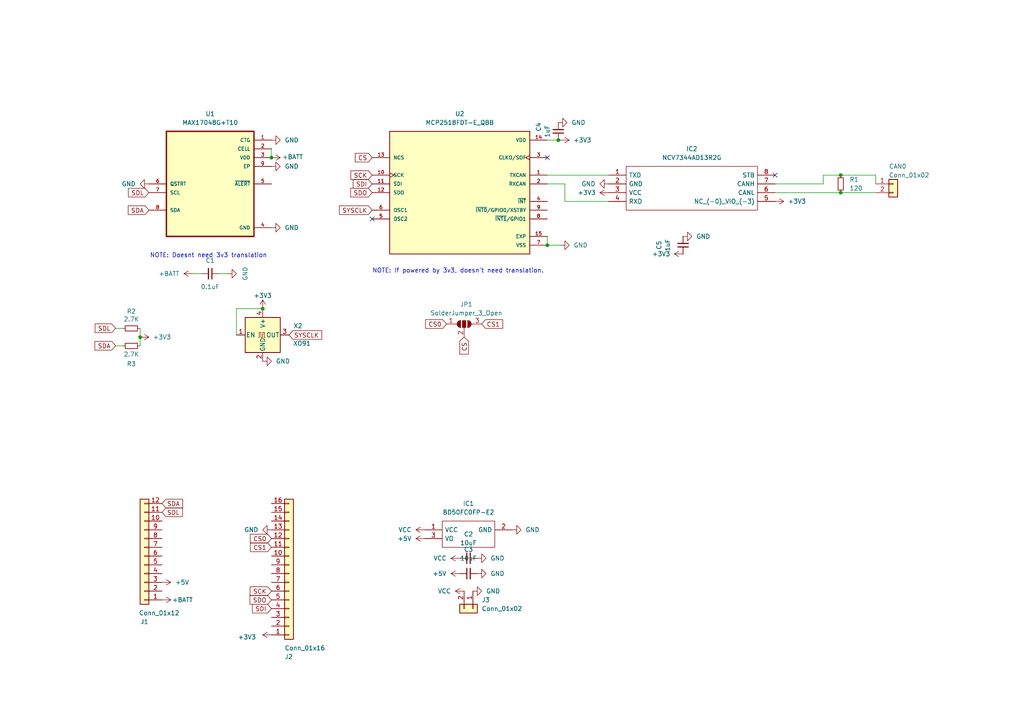
<source format=kicad_sch>
(kicad_sch (version 20201015) (generator eeschema)
  (paper "A4")
  (lib_symbols
    (symbol "BD50FC0FP-E2:BD50FC0FP-E2" (pin_names (offset 0.762))
      (property "Reference" "IC" (at 21.59 7.62 0))
      (property "Value" "BD50FC0FP-E2" (at 21.59 5.08 0))
      (symbol "BD50FC0FP-E2_0_0"
        (pin passive line (at 0 0 0) (length 5.08) (name "VCC") (number "1"))
        (pin passive line (at 25.4 0 180) (length 5.08) (name "GND") (number "2"))
        (pin passive line (at 0 -2.54 0) (length 5.08) (name "VO") (number "3"))
      )
      (symbol "BD50FC0FP-E2_0_1"
        (polyline (pts (xy 5.08 2.54) (xy 20.32 2.54) (xy 20.32 -5.08) (xy 5.08 -5.08) (xy 5.08 2.54)) (stroke (width 0.1524)))
      )
    )
    (symbol "Connector_Generic:Conn_01x02" (pin_names (offset 1.016) hide)
      (property "Reference" "J" (at 0 2.54 0))
      (property "Value" "Conn_01x02" (at 0 -5.08 0))
      (symbol "Conn_01x02_1_1"
        (rectangle (start -1.27 -2.413) (end 0 -2.667) (stroke (width 0.1524)))
        (rectangle (start -1.27 0.127) (end 0 -0.127) (stroke (width 0.1524)))
        (rectangle (start -1.27 1.27) (end 1.27 -3.81) (stroke (width 0.254)) (fill (type background)))
        (pin passive line (at -5.08 0 0) (length 3.81) (name "Pin_1") (number "1"))
        (pin passive line (at -5.08 -2.54 0) (length 3.81) (name "Pin_2") (number "2"))
      )
    )
    (symbol "Connector_Generic:Conn_01x12" (pin_names (offset 1.016) hide)
      (property "Reference" "J" (at 0 15.24 0))
      (property "Value" "Conn_01x12" (at 0 -17.78 0))
      (symbol "Conn_01x12_1_1"
        (rectangle (start -1.27 -4.953) (end 0 -5.207) (stroke (width 0.1524)))
        (rectangle (start -1.27 -7.493) (end 0 -7.747) (stroke (width 0.1524)))
        (rectangle (start -1.27 -10.033) (end 0 -10.287) (stroke (width 0.1524)))
        (rectangle (start -1.27 -12.573) (end 0 -12.827) (stroke (width 0.1524)))
        (rectangle (start -1.27 -15.113) (end 0 -15.367) (stroke (width 0.1524)))
        (rectangle (start -1.27 -2.413) (end 0 -2.667) (stroke (width 0.1524)))
        (rectangle (start -1.27 2.667) (end 0 2.413) (stroke (width 0.1524)))
        (rectangle (start -1.27 5.207) (end 0 4.953) (stroke (width 0.1524)))
        (rectangle (start -1.27 7.747) (end 0 7.493) (stroke (width 0.1524)))
        (rectangle (start -1.27 10.287) (end 0 10.033) (stroke (width 0.1524)))
        (rectangle (start -1.27 0.127) (end 0 -0.127) (stroke (width 0.1524)))
        (rectangle (start -1.27 12.827) (end 0 12.573) (stroke (width 0.1524)))
        (rectangle (start -1.27 13.97) (end 1.27 -16.51) (stroke (width 0.254)) (fill (type background)))
        (pin passive line (at -5.08 12.7 0) (length 3.81) (name "Pin_1") (number "1"))
        (pin passive line (at -5.08 -10.16 0) (length 3.81) (name "Pin_10") (number "10"))
        (pin passive line (at -5.08 -12.7 0) (length 3.81) (name "Pin_11") (number "11"))
        (pin passive line (at -5.08 -15.24 0) (length 3.81) (name "Pin_12") (number "12"))
        (pin passive line (at -5.08 10.16 0) (length 3.81) (name "Pin_2") (number "2"))
        (pin passive line (at -5.08 7.62 0) (length 3.81) (name "Pin_3") (number "3"))
        (pin passive line (at -5.08 5.08 0) (length 3.81) (name "Pin_4") (number "4"))
        (pin passive line (at -5.08 2.54 0) (length 3.81) (name "Pin_5") (number "5"))
        (pin passive line (at -5.08 0 0) (length 3.81) (name "Pin_6") (number "6"))
        (pin passive line (at -5.08 -2.54 0) (length 3.81) (name "Pin_7") (number "7"))
        (pin passive line (at -5.08 -5.08 0) (length 3.81) (name "Pin_8") (number "8"))
        (pin passive line (at -5.08 -7.62 0) (length 3.81) (name "Pin_9") (number "9"))
      )
    )
    (symbol "Connector_Generic:Conn_01x16" (pin_names (offset 1.016) hide)
      (property "Reference" "J" (at 0 20.32 0))
      (property "Value" "Conn_01x16" (at 0 -22.86 0))
      (symbol "Conn_01x16_1_1"
        (rectangle (start -1.27 -4.953) (end 0 -5.207) (stroke (width 0.1524)))
        (rectangle (start -1.27 -7.493) (end 0 -7.747) (stroke (width 0.1524)))
        (rectangle (start -1.27 -10.033) (end 0 -10.287) (stroke (width 0.1524)))
        (rectangle (start -1.27 -12.573) (end 0 -12.827) (stroke (width 0.1524)))
        (rectangle (start -1.27 -15.113) (end 0 -15.367) (stroke (width 0.1524)))
        (rectangle (start -1.27 -17.653) (end 0 -17.907) (stroke (width 0.1524)))
        (rectangle (start -1.27 -20.193) (end 0 -20.447) (stroke (width 0.1524)))
        (rectangle (start -1.27 -2.413) (end 0 -2.667) (stroke (width 0.1524)))
        (rectangle (start -1.27 2.667) (end 0 2.413) (stroke (width 0.1524)))
        (rectangle (start -1.27 5.207) (end 0 4.953) (stroke (width 0.1524)))
        (rectangle (start -1.27 7.747) (end 0 7.493) (stroke (width 0.1524)))
        (rectangle (start -1.27 10.287) (end 0 10.033) (stroke (width 0.1524)))
        (rectangle (start -1.27 0.127) (end 0 -0.127) (stroke (width 0.1524)))
        (rectangle (start -1.27 12.827) (end 0 12.573) (stroke (width 0.1524)))
        (rectangle (start -1.27 15.367) (end 0 15.113) (stroke (width 0.1524)))
        (rectangle (start -1.27 17.907) (end 0 17.653) (stroke (width 0.1524)))
        (rectangle (start -1.27 19.05) (end 1.27 -21.59) (stroke (width 0.254)) (fill (type background)))
        (pin passive line (at -5.08 17.78 0) (length 3.81) (name "Pin_1") (number "1"))
        (pin passive line (at -5.08 -5.08 0) (length 3.81) (name "Pin_10") (number "10"))
        (pin passive line (at -5.08 -7.62 0) (length 3.81) (name "Pin_11") (number "11"))
        (pin passive line (at -5.08 -10.16 0) (length 3.81) (name "Pin_12") (number "12"))
        (pin passive line (at -5.08 -12.7 0) (length 3.81) (name "Pin_13") (number "13"))
        (pin passive line (at -5.08 -15.24 0) (length 3.81) (name "Pin_14") (number "14"))
        (pin passive line (at -5.08 -17.78 0) (length 3.81) (name "Pin_15") (number "15"))
        (pin passive line (at -5.08 -20.32 0) (length 3.81) (name "Pin_16") (number "16"))
        (pin passive line (at -5.08 15.24 0) (length 3.81) (name "Pin_2") (number "2"))
        (pin passive line (at -5.08 12.7 0) (length 3.81) (name "Pin_3") (number "3"))
        (pin passive line (at -5.08 10.16 0) (length 3.81) (name "Pin_4") (number "4"))
        (pin passive line (at -5.08 7.62 0) (length 3.81) (name "Pin_5") (number "5"))
        (pin passive line (at -5.08 5.08 0) (length 3.81) (name "Pin_6") (number "6"))
        (pin passive line (at -5.08 2.54 0) (length 3.81) (name "Pin_7") (number "7"))
        (pin passive line (at -5.08 0 0) (length 3.81) (name "Pin_8") (number "8"))
        (pin passive line (at -5.08 -2.54 0) (length 3.81) (name "Pin_9") (number "9"))
      )
    )
    (symbol "Device:C_Small" (pin_numbers hide) (pin_names (offset 0.254) hide)
      (property "Reference" "C" (at 0.254 1.778 0))
      (property "Value" "C_Small" (at 0.254 -2.032 0))
      (symbol "C_Small_0_1"
        (polyline (pts (xy -1.524 -0.508) (xy 1.524 -0.508)) (stroke (width 0.3302)))
        (polyline (pts (xy -1.524 0.508) (xy 1.524 0.508)) (stroke (width 0.3048)))
      )
      (symbol "C_Small_1_1"
        (pin passive line (at 0 2.54 270) (length 2.032) (name "~") (number "1"))
        (pin passive line (at 0 -2.54 90) (length 2.032) (name "~") (number "2"))
      )
    )
    (symbol "Device:R_Small" (pin_numbers hide) (pin_names (offset 0.254) hide)
      (property "Reference" "R" (at 0.762 0.508 0))
      (property "Value" "R_Small" (at 0.762 -1.016 0))
      (symbol "R_Small_0_1"
        (rectangle (start -0.762 1.778) (end 0.762 -1.778) (stroke (width 0.2032)))
      )
      (symbol "R_Small_1_1"
        (pin passive line (at 0 2.54 270) (length 0.762) (name "~") (number "1"))
        (pin passive line (at 0 -2.54 90) (length 0.762) (name "~") (number "2"))
      )
    )
    (symbol "Jumper:SolderJumper_3_Open" (pin_names (offset 0) hide)
      (property "Reference" "JP" (at -2.54 -2.54 0))
      (property "Value" "SolderJumper_3_Open" (at 0 2.794 0))
      (symbol "SolderJumper_3_Open_0_1"
        (arc (start -1.016 1.016) (end -1.016 -1.016) (radius (at -1.016 0) (length 1.016) (angles 90.1 -90.1)))
        (arc (start -1.016 1.016) (end -1.016 -1.016) (radius (at -1.016 0) (length 1.016) (angles 90.1 -90.1)) (fill (type outline)))
        (arc (start 1.016 -1.016) (end 1.016 1.016) (radius (at 1.016 0) (length 1.016) (angles -89.9 89.9)))
        (arc (start 1.016 -1.016) (end 1.016 1.016) (radius (at 1.016 0) (length 1.016) (angles -89.9 89.9)) (fill (type outline)))
        (rectangle (start -0.508 1.016) (end 0.508 -1.016) (fill (type outline)))
        (polyline (pts (xy -2.54 0) (xy -2.032 0)))
        (polyline (pts (xy -1.016 1.016) (xy -1.016 -1.016)))
        (polyline (pts (xy 0 -1.27) (xy 0 -1.016)))
        (polyline (pts (xy 1.016 1.016) (xy 1.016 -1.016)))
        (polyline (pts (xy 2.54 0) (xy 2.032 0)))
      )
      (symbol "SolderJumper_3_Open_1_1"
        (pin passive line (at -5.08 0 0) (length 2.54) (name "A") (number "1"))
        (pin input line (at 0 -3.81 90) (length 2.54) (name "C") (number "2"))
        (pin passive line (at 5.08 0 180) (length 2.54) (name "B") (number "3"))
      )
    )
    (symbol "MAX17048G_T10:MAX17048G+T10" (pin_names (offset 1.016))
      (property "Reference" "U" (at -12.7 16.2306 0))
      (property "Value" "MAX17048G+T10" (at -12.7 -19.2278 0))
      (symbol "MAX17048G+T10_0_0"
        (rectangle (start -12.7 -15.24) (end 12.7 15.24) (stroke (width 0.4064)) (fill (type background)))
        (pin input line (at -17.78 0 0) (length 5.08) (name "QSTRT") (number "6"))
        (pin input line (at -17.78 -2.54 0) (length 5.08) (name "SCL") (number "7"))
        (pin bidirectional line (at -17.78 -7.62 0) (length 5.08) (name "SDA") (number "8"))
        (pin power_in line (at 17.78 12.7 180) (length 5.08) (name "CTG") (number "1"))
        (pin power_in line (at 17.78 10.16 180) (length 5.08) (name "CELL") (number "2"))
        (pin power_in line (at 17.78 7.62 180) (length 5.08) (name "VDD") (number "3"))
        (pin power_in line (at 17.78 5.08 180) (length 5.08) (name "EP") (number "9"))
        (pin output line (at 17.78 0 180) (length 5.08) (name "~ALERT") (number "5"))
        (pin power_in line (at 17.78 -12.7 180) (length 5.08) (name "GND") (number "4"))
      )
    )
    (symbol "MCP2518FDT-E_QBB:MCP2518FDT-E_QBB" (pin_names (offset 1.016))
      (property "Reference" "U" (at -20.32 19.05 0))
      (property "Value" "MCP2518FDT-E_QBB" (at -20.32 -19.05 0))
      (symbol "MCP2518FDT-E_QBB_0_0"
        (rectangle (start -20.32 -17.78) (end 20.32 17.78) (stroke (width 0.254)) (fill (type background)))
        (pin input line (at -25.4 -5.08 0) (length 5.08) (name "OSC1") (number "6"))
        (pin output line (at -25.4 -7.62 0) (length 5.08) (name "OSC2") (number "5"))
        (pin output clock (at 25.4 10.16 180) (length 5.08) (name "CLKO/SOF") (number "3"))
        (pin power_in line (at 25.4 15.24 180) (length 5.08) (name "VDD") (number "14"))
        (pin output line (at 25.4 -2.54 180) (length 5.08) (name "~INT") (number "4"))
        (pin input line (at 25.4 2.54 180) (length 5.08) (name "RXCAN") (number "2"))
        (pin output line (at 25.4 5.08 180) (length 5.08) (name "TXCAN") (number "1"))
        (pin power_in line (at 25.4 -15.24 180) (length 5.08) (name "VSS") (number "7"))
        (pin output line (at -25.4 0 0) (length 5.08) (name "SDO") (number "12"))
        (pin input line (at -25.4 2.54 0) (length 5.08) (name "SDI") (number "11"))
        (pin input clock (at -25.4 5.08 0) (length 5.08) (name "SCK") (number "10"))
        (pin bidirectional line (at 25.4 -5.08 180) (length 5.08) (name "~INT0~/GPIO0/XSTBY") (number "9"))
        (pin bidirectional line (at 25.4 -7.62 180) (length 5.08) (name "~INT1~/GPIO1") (number "8"))
        (pin input line (at -25.4 10.16 0) (length 5.08) (name "NCS") (number "13"))
        (pin passive line (at 25.4 -12.7 180) (length 5.08) (name "EXP") (number "15"))
      )
    )
    (symbol "NCV7344AD13R2G:NCV7344AD13R2G" (pin_names (offset 0.762))
      (property "Reference" "IC" (at 44.45 7.62 0))
      (property "Value" "NCV7344AD13R2G" (at 44.45 5.08 0))
      (symbol "NCV7344AD13R2G_0_0"
        (pin passive line (at 0 0 0) (length 5.08) (name "TXD") (number "1"))
        (pin passive line (at 0 -2.54 0) (length 5.08) (name "GND") (number "2"))
        (pin passive line (at 0 -5.08 0) (length 5.08) (name "VCC") (number "3"))
        (pin passive line (at 0 -7.62 0) (length 5.08) (name "RXD") (number "4"))
        (pin passive line (at 48.26 0 180) (length 5.08) (name "STB") (number "8"))
        (pin passive line (at 48.26 -2.54 180) (length 5.08) (name "CANH") (number "7"))
        (pin passive line (at 48.26 -5.08 180) (length 5.08) (name "CANL") (number "6"))
        (pin passive line (at 48.26 -7.62 180) (length 5.08) (name "NC_(-0)_VIO_(-3)") (number "5"))
      )
      (symbol "NCV7344AD13R2G_0_1"
        (polyline (pts (xy 5.08 2.54) (xy 43.18 2.54) (xy 43.18 -10.16) (xy 5.08 -10.16) (xy 5.08 2.54)) (stroke (width 0.1524)))
      )
    )
    (symbol "Oscillator:XO91" (pin_names (offset 0.254))
      (property "Reference" "X" (at -5.08 6.35 0))
      (property "Value" "XO91" (at 1.27 -6.35 0))
      (symbol "XO91_0_1"
        (rectangle (start -5.08 5.08) (end 5.08 -5.08) (stroke (width 0.254)) (fill (type background)))
        (polyline (pts (xy 0.762 -0.762) (xy 0.508 -0.762) (xy 0.508 0.762) (xy 0 0.762) (xy 0 -0.762) (xy -0.508 -0.762) (xy -0.508 0.762) (xy -1.016 0.762) (xy -1.016 -0.762) (xy -1.27 -0.762)))
      )
      (symbol "XO91_1_1"
        (pin input line (at -7.62 0 0) (length 2.54) (name "EN") (number "1"))
        (pin power_in line (at 0 -7.62 90) (length 2.54) (name "GND") (number "2"))
        (pin output line (at 7.62 0 180) (length 2.54) (name "OUT") (number "3"))
        (pin power_in line (at 0 7.62 270) (length 2.54) (name "V+") (number "4"))
      )
    )
    (symbol "power:+3V3" (power) (pin_names (offset 0))
      (property "Value" "+3V3" (at 0 3.556 0))
      (symbol "+3V3_0_1"
        (polyline (pts (xy -0.762 1.27) (xy 0 2.54)))
        (polyline (pts (xy 0 0) (xy 0 2.54)))
        (polyline (pts (xy 0 2.54) (xy 0.762 1.27)))
      )
      (symbol "+3V3_1_1"
        (pin power_in line (at 0 0 90) (length 0) hide (name "+3V3") (number "1"))
      )
    )
    (symbol "power:+5V" (power) (pin_names (offset 0))
      (property "Value" "+5V" (at 0 3.556 0))
      (symbol "+5V_0_1"
        (polyline (pts (xy -0.762 1.27) (xy 0 2.54)))
        (polyline (pts (xy 0 0) (xy 0 2.54)))
        (polyline (pts (xy 0 2.54) (xy 0.762 1.27)))
      )
      (symbol "+5V_1_1"
        (pin power_in line (at 0 0 90) (length 0) hide (name "+5V") (number "1"))
      )
    )
    (symbol "power:+BATT" (power) (pin_names (offset 0))
      (property "Value" "+BATT" (at 0 3.556 0))
      (symbol "+BATT_0_1"
        (polyline (pts (xy -0.762 1.27) (xy 0 2.54)))
        (polyline (pts (xy 0 0) (xy 0 2.54)))
        (polyline (pts (xy 0 2.54) (xy 0.762 1.27)))
      )
      (symbol "+BATT_1_1"
        (pin power_in line (at 0 0 90) (length 0) hide (name "+BATT") (number "1"))
      )
    )
    (symbol "power:GND" (power) (pin_names (offset 0))
      (property "Value" "GND" (at 0 -3.81 0))
      (symbol "GND_0_1"
        (polyline (pts (xy 0 0) (xy 0 -1.27) (xy 1.27 -1.27) (xy 0 -2.54) (xy -1.27 -1.27) (xy 0 -1.27)))
      )
      (symbol "GND_1_1"
        (pin power_in line (at 0 0 270) (length 0) hide (name "GND") (number "1"))
      )
    )
    (symbol "power:VCC" (power) (pin_names (offset 0))
      (property "Value" "VCC" (at 0 3.81 0))
      (symbol "VCC_0_1"
        (polyline (pts (xy -0.762 1.27) (xy 0 2.54)))
        (polyline (pts (xy 0 0) (xy 0 2.54)))
        (polyline (pts (xy 0 2.54) (xy 0.762 1.27)))
      )
      (symbol "VCC_1_1"
        (pin power_in line (at 0 0 90) (length 0) hide (name "VCC") (number "1"))
      )
    )
  )
  (junction (at 40.64 97.79) (diameter 0.9144))
  (junction (at 76.2 89.535) (diameter 0.9144))
  (junction (at 78.74 45.72) (diameter 0.9144))
  (junction (at 158.75 71.12) (diameter 0.9144))
  (junction (at 161.925 40.64) (diameter 0.9144))
  (junction (at 243.84 50.8) (diameter 0.9144))
  (junction (at 243.84 55.88) (diameter 0.9144))
  (no_connect (at 107.95 63.5))
  (no_connect (at 158.75 45.72))
  (no_connect (at 224.79 50.8))
  (wire (pts (xy 33.528 95.25) (xy 33.528 95.1992)))
  (wire (pts (xy 33.528 100.33) (xy 33.528 100.2792)))
  (wire (pts (xy 35.56 95.25) (xy 33.528 95.25)))
  (wire (pts (xy 35.56 100.33) (xy 33.528 100.33)))
  (wire (pts (xy 40.64 95.25) (xy 40.64 97.79)))
  (wire (pts (xy 40.64 97.79) (xy 40.64 100.33)))
  (wire (pts (xy 55.88 79.375) (xy 58.42 79.375)))
  (wire (pts (xy 63.5 79.375) (xy 66.04 79.375)))
  (wire (pts (xy 68.58 89.535) (xy 68.58 97.155)))
  (wire (pts (xy 76.2 89.535) (xy 68.58 89.535)))
  (wire (pts (xy 78.74 43.18) (xy 78.74 45.72)))
  (wire (pts (xy 158.75 40.64) (xy 161.925 40.64)))
  (wire (pts (xy 158.75 50.8) (xy 176.53 50.8)))
  (wire (pts (xy 158.75 53.34) (xy 163.83 53.34)))
  (wire (pts (xy 158.75 68.58) (xy 158.75 71.12)))
  (wire (pts (xy 158.75 71.12) (xy 162.56 71.12)))
  (wire (pts (xy 161.925 40.64) (xy 162.56 40.64)))
  (wire (pts (xy 163.83 58.42) (xy 163.83 53.34)))
  (wire (pts (xy 176.53 58.42) (xy 163.83 58.42)))
  (wire (pts (xy 224.79 53.34) (xy 238.76 53.34)))
  (wire (pts (xy 224.79 55.88) (xy 243.84 55.88)))
  (wire (pts (xy 238.76 50.8) (xy 243.84 50.8)))
  (wire (pts (xy 238.76 53.34) (xy 238.76 50.8)))
  (wire (pts (xy 243.84 50.8) (xy 254 50.8)))
  (wire (pts (xy 243.84 55.88) (xy 254 55.88)))
  (wire (pts (xy 254 50.8) (xy 254 53.34)))
  (text "NOTE: Doesnt need 3v3 translation" (at 77.47 74.93 180) (effects (font (size 1.27 1.27)) (justify right bottom)))
  (text "NOTE: If powered by 3v3, doesn't need translation." (at 107.95 79.375 0) (effects (font (size 1.27 1.27)) (justify left bottom)))
  (global_label "SDL" (shape input) (at 33.528 95.1992 180) (property "Intersheet References" "${INTERSHEET_REFS}" (effects hide)))
  (global_label "SDA" (shape input) (at 33.528 100.2792 180) (property "Intersheet References" "${INTERSHEET_REFS}" (effects hide)))
  (global_label "SDL" (shape input) (at 43.18 55.88 180) (property "Intersheet References" "${INTERSHEET_REFS}" (effects hide)))
  (global_label "SDA" (shape input) (at 43.18 60.96 180) (property "Intersheet References" "${INTERSHEET_REFS}" (effects hide)))
  (global_label "SDA" (shape input) (at 46.99 146.05 0) (property "Intersheet References" "${INTERSHEET_REFS}" (effects hide)))
  (global_label "SDL" (shape input) (at 46.99 148.59 0) (property "Intersheet References" "${INTERSHEET_REFS}" (effects hide)))
  (global_label "CS0" (shape input) (at 78.74 156.21 180) (property "Intersheet References" "${INTERSHEET_REFS}" (effects hide)))
  (global_label "CS1" (shape input) (at 78.74 158.75 180) (property "Intersheet References" "${INTERSHEET_REFS}" (effects hide)))
  (global_label "SCK" (shape input) (at 78.74 171.45 180) (property "Intersheet References" "${INTERSHEET_REFS}" (effects hide)))
  (global_label "SDO" (shape input) (at 78.74 173.99 180) (property "Intersheet References" "${INTERSHEET_REFS}" (effects hide)))
  (global_label "SDI" (shape input) (at 78.74 176.53 180) (property "Intersheet References" "${INTERSHEET_REFS}" (effects hide)))
  (global_label "SYSCLK" (shape input) (at 83.82 97.155 0) (property "Intersheet References" "${INTERSHEET_REFS}" (effects hide)))
  (global_label "CS" (shape input) (at 107.95 45.72 180) (property "Intersheet References" "${INTERSHEET_REFS}" (effects hide)))
  (global_label "SCK" (shape input) (at 107.95 50.8 180) (property "Intersheet References" "${INTERSHEET_REFS}" (effects hide)))
  (global_label "SDI" (shape input) (at 107.95 53.34 180) (property "Intersheet References" "${INTERSHEET_REFS}" (effects hide)))
  (global_label "SDO" (shape input) (at 107.95 55.88 180) (property "Intersheet References" "${INTERSHEET_REFS}" (effects hide)))
  (global_label "SYSCLK" (shape input) (at 107.95 60.96 180) (property "Intersheet References" "${INTERSHEET_REFS}" (effects hide)))
  (global_label "CS0" (shape input) (at 129.54 93.98 180) (property "Intersheet References" "${INTERSHEET_REFS}" (effects hide)))
  (global_label "CS" (shape input) (at 134.62 97.79 270) (property "Intersheet References" "${INTERSHEET_REFS}" (effects hide)))
  (global_label "CS1" (shape input) (at 139.7 93.98 0) (property "Intersheet References" "${INTERSHEET_REFS}" (effects hide)))
  (symbol (lib_id "power:+3V3") (at 40.64 97.79 270) (unit 1)
    (property "Reference" "#PWR0131" (effects hide))
    (property "Value" "+3V3" (at 46.99 97.79 90))
  )
  (symbol (lib_id "power:+5V") (at 46.99 168.91 270) (unit 1)
    (property "Reference" "#PWR0119" (effects hide))
    (property "Value" "+5V" (at 50.8 168.91 90) (effects (justify left)))
  )
  (symbol (lib_id "power:+BATT") (at 46.99 173.99 270) (unit 1)
    (property "Reference" "#PWR0118" (effects hide))
    (property "Value" "+BATT" (at 49.911 173.99 90) (effects (justify left)))
  )
  (symbol (lib_id "power:+BATT") (at 55.88 79.375 90) (unit 1)
    (property "Reference" "#PWR0104" (effects hide))
    (property "Value" "+BATT" (at 52.07 79.375 90) (effects (justify left)))
  )
  (symbol (lib_id "power:+3V3") (at 76.2 89.535 0) (unit 1)
    (property "Reference" "#PWR0125" (effects hide))
    (property "Value" "+3V3" (at 76.2 85.725 0))
  )
  (symbol (lib_id "power:+BATT") (at 78.74 45.72 270) (unit 1)
    (property "Reference" "#PWR0113" (effects hide))
    (property "Value" "+BATT" (at 81.8388 45.5168 90) (effects (justify left)))
  )
  (symbol (lib_id "power:+3V3") (at 78.74 184.15 90) (unit 1)
    (property "Reference" "#PWR0101" (effects hide))
    (property "Value" "+3V3" (at 74.295 184.785 90) (effects (justify left)))
  )
  (symbol (lib_id "power:VCC") (at 123.19 153.67 90) (unit 1)
    (property "Reference" "#PWR0121" (effects hide))
    (property "Value" "VCC" (at 119.38 153.67 90) (effects (justify left)))
  )
  (symbol (lib_id "power:+5V") (at 123.19 156.21 90) (unit 1)
    (property "Reference" "#PWR0120" (effects hide))
    (property "Value" "+5V" (at 119.38 156.21 90) (effects (justify left)))
  )
  (symbol (lib_id "power:VCC") (at 133.35 161.925 90) (unit 1)
    (property "Reference" "#PWR0108" (effects hide))
    (property "Value" "VCC" (at 129.54 161.925 90) (effects (justify left)))
  )
  (symbol (lib_id "power:+5V") (at 133.35 166.37 90) (unit 1)
    (property "Reference" "#PWR0109" (effects hide))
    (property "Value" "+5V" (at 129.54 166.37 90) (effects (justify left)))
  )
  (symbol (lib_id "power:VCC") (at 134.62 171.45 90) (unit 1)
    (property "Reference" "#PWR0123" (effects hide))
    (property "Value" "VCC" (at 130.81 171.45 90) (effects (justify left)))
  )
  (symbol (lib_id "power:+3V3") (at 162.56 40.64 270) (unit 1)
    (property "Reference" "#PWR0105" (effects hide))
    (property "Value" "+3V3" (at 168.91 40.64 90))
  )
  (symbol (lib_id "power:+3V3") (at 176.53 55.88 90) (unit 1)
    (property "Reference" "#PWR0111" (effects hide))
    (property "Value" "+3V3" (at 170.18 55.88 90))
  )
  (symbol (lib_id "power:+3V3") (at 198.12 73.66 90) (unit 1)
    (property "Reference" "#PWR0130" (effects hide))
    (property "Value" "+3V3" (at 191.77 73.66 90))
  )
  (symbol (lib_id "power:+3V3") (at 224.79 58.42 270) (unit 1)
    (property "Reference" "#PWR0112" (effects hide))
    (property "Value" "+3V3" (at 231.14 58.42 90))
  )
  (symbol (lib_id "power:GND") (at 43.18 53.34 270) (unit 1)
    (property "Reference" "#PWR0117" (effects hide))
    (property "Value" "GND" (at 39.37 53.34 90) (effects (justify right)))
  )
  (symbol (lib_id "power:GND") (at 66.04 79.375 90) (unit 1)
    (property "Reference" "#PWR0107" (effects hide))
    (property "Value" "GND" (at 71.12 79.375 0))
  )
  (symbol (lib_id "power:GND") (at 76.2 104.775 90) (unit 1)
    (property "Reference" "#PWR0128" (effects hide))
    (property "Value" "GND" (at 80.01 104.775 90) (effects (justify right)))
  )
  (symbol (lib_id "power:GND") (at 78.74 40.64 90) (unit 1)
    (property "Reference" "#PWR0114" (effects hide))
    (property "Value" "GND" (at 82.55 40.64 90) (effects (justify right)))
  )
  (symbol (lib_id "power:GND") (at 78.74 48.26 90) (unit 1)
    (property "Reference" "#PWR0115" (effects hide))
    (property "Value" "GND" (at 82.55 48.26 90) (effects (justify right)))
  )
  (symbol (lib_id "power:GND") (at 78.74 66.04 90) (unit 1)
    (property "Reference" "#PWR0116" (effects hide))
    (property "Value" "GND" (at 82.55 66.04 90) (effects (justify right)))
  )
  (symbol (lib_id "power:GND") (at 78.74 153.67 270) (unit 1)
    (property "Reference" "#PWR0102" (effects hide))
    (property "Value" "GND" (at 74.93 153.67 90) (effects (justify right)))
  )
  (symbol (lib_id "power:GND") (at 137.16 171.45 90) (unit 1)
    (property "Reference" "#PWR0124" (effects hide))
    (property "Value" "GND" (at 140.97 171.45 90) (effects (justify right)))
  )
  (symbol (lib_id "power:GND") (at 138.43 161.925 90) (unit 1)
    (property "Reference" "#PWR0127" (effects hide))
    (property "Value" "GND" (at 142.24 161.925 90) (effects (justify right)))
  )
  (symbol (lib_id "power:GND") (at 138.43 166.37 90) (unit 1)
    (property "Reference" "#PWR0126" (effects hide))
    (property "Value" "GND" (at 142.24 166.37 90) (effects (justify right)))
  )
  (symbol (lib_id "power:GND") (at 148.59 153.67 90) (unit 1)
    (property "Reference" "#PWR0122" (effects hide))
    (property "Value" "GND" (at 152.4 153.67 90) (effects (justify right)))
  )
  (symbol (lib_id "power:GND") (at 161.925 35.56 90) (unit 1)
    (property "Reference" "#PWR0103" (effects hide))
    (property "Value" "GND" (at 165.735 35.56 90) (effects (justify right)))
  )
  (symbol (lib_id "power:GND") (at 162.56 71.12 90) (unit 1)
    (property "Reference" "#PWR0106" (effects hide))
    (property "Value" "GND" (at 166.37 71.12 90) (effects (justify right)))
  )
  (symbol (lib_id "power:GND") (at 176.53 53.34 270) (unit 1)
    (property "Reference" "#PWR0110" (effects hide))
    (property "Value" "GND" (at 172.72 53.34 90) (effects (justify right)))
  )
  (symbol (lib_id "power:GND") (at 198.12 68.58 90) (unit 1)
    (property "Reference" "#PWR0129" (effects hide))
    (property "Value" "GND" (at 201.93 68.58 90) (effects (justify right)))
  )
  (symbol (lib_id "Device:R_Small") (at 38.1 95.25 90) (unit 1)
    (property "Reference" "R2" (at 38.1 90.3032 90))
    (property "Value" "2.7K" (at 38.1 92.602 90))
    (property "Footprint" "Resistor_SMD:R_0805_2012Metric_Pad1.15x1.40mm_HandSolder" (effects hide))
  )
  (symbol (lib_id "Device:R_Small") (at 38.1 100.33 90) (unit 1)
    (property "Reference" "R3" (at 38.1 105.5432 90))
    (property "Value" "2.7K" (at 38.1 102.762 90))
    (property "Footprint" "Resistor_SMD:R_0805_2012Metric_Pad1.15x1.40mm_HandSolder" (effects hide))
  )
  (symbol (lib_id "Device:R_Small") (at 243.84 53.34 0) (unit 1)
    (property "Reference" "R1" (at 246.38 52.07 0) (effects (justify left)))
    (property "Value" "120" (at 246.38 54.61 0) (effects (justify left)))
    (property "Footprint" "Resistor_SMD:R_0805_2012Metric_Pad1.20x1.40mm_HandSolder" (effects hide))
  )
  (symbol (lib_id "Device:C_Small") (at 60.96 79.375 270) (unit 1)
    (property "Reference" "C1" (at 60.96 75.565 90))
    (property "Value" "0.1uF" (at 60.96 83.185 90))
    (property "Footprint" "Capacitor_SMD:C_0805_2012Metric_Pad1.18x1.45mm_HandSolder" (effects hide))
  )
  (symbol (lib_id "Device:C_Small") (at 135.89 161.925 90) (unit 1)
    (property "Reference" "C2" (at 135.89 154.94 90))
    (property "Value" "10uF" (at 135.89 157.48 90))
    (property "Footprint" "Capacitor_SMD:C_0805_2012Metric_Pad1.18x1.45mm_HandSolder" (effects hide))
  )
  (symbol (lib_id "Device:C_Small") (at 135.89 166.37 90) (unit 1)
    (property "Reference" "C3" (at 135.89 159.385 90))
    (property "Value" "10uF" (at 135.89 161.925 90))
    (property "Footprint" "Capacitor_SMD:C_0805_2012Metric_Pad1.18x1.45mm_HandSolder" (effects hide))
  )
  (symbol (lib_id "Device:C_Small") (at 161.925 38.1 180) (unit 1)
    (property "Reference" "C4" (at 156.21 36.83 90))
    (property "Value" "1uF" (at 158.75 38.1 90))
    (property "Footprint" "Capacitor_SMD:C_0805_2012Metric_Pad1.18x1.45mm_HandSolder" (effects hide))
  )
  (symbol (lib_id "Device:C_Small") (at 198.12 71.12 180) (unit 1)
    (property "Reference" "C5" (at 191.135 71.12 90))
    (property "Value" "1uF" (at 193.675 71.12 90))
    (property "Footprint" "Capacitor_SMD:C_0805_2012Metric_Pad1.18x1.45mm_HandSolder" (effects hide))
  )
  (symbol (lib_id "Connector_Generic:Conn_01x02") (at 137.16 176.53 270) (unit 1)
    (property "Reference" "J3" (at 139.7 173.99 90) (effects (justify left)))
    (property "Value" "Conn_01x02" (at 139.7 176.53 90) (effects (justify left)))
    (property "Footprint" "Footprints:Phoenix_1985865" (effects hide))
  )
  (symbol (lib_id "Connector_Generic:Conn_01x02") (at 259.08 53.34 0) (unit 1)
    (property "Reference" "CAN0" (at 257.81 48.26 0) (effects (justify left)))
    (property "Value" "Conn_01x02" (at 257.81 50.8 0) (effects (justify left)))
    (property "Footprint" "Footprints:Phoenix_1985865" (effects hide))
  )
  (symbol (lib_id "Jumper:SolderJumper_3_Open") (at 134.62 93.98 0) (unit 1)
    (property "Reference" "JP1" (at 135.255 88.265 0))
    (property "Value" "SolderJumper_3_Open" (at 135.255 90.805 0))
    (property "Footprint" "Jumper:SolderJumper-3_P1.3mm_Open_Pad1.0x1.5mm" (effects hide))
  )
  (symbol (lib_id "BD50FC0FP-E2:BD50FC0FP-E2") (at 123.19 153.67 0) (unit 1)
    (property "Reference" "IC1" (at 135.89 146.05 0))
    (property "Value" "BD50FC0FP-E2" (at 135.89 148.59 0))
    (property "Footprint" "Package_TO_SOT_SMD:TO-252-3_TabPin2" (effects hide))
    (property "Datasheet" "https://www.rohm.com/datasheet/BD50FC0FP/bdxxfc0wefj-e" (effects hide))
    (property "Description" "ROHM BD50FC0FP-E2, LDO Voltage Regulator Controller, 1A, 5 V, +/-1% 3 + Tab-Pin, DPAK" (effects hide))
    (property "Height" "3" (effects hide))
    (property "Manufacturer_Name" "ROHM Semiconductor" (effects hide))
    (property "Manufacturer_Part_Number" "BD50FC0FP-E2" (effects hide))
    (property "Mouser Part Number" "755-BD50FC0FP-E2" (effects hide))
    (property "Mouser Price/Stock" "https://www.mouser.co.uk/ProductDetail/ROHM-Semiconductor/BD50FC0FP-E2?qs=WHeKGGBt0W8uWVHTPqw4VQ%3D%3D" (effects hide))
  )
  (symbol (lib_id "Connector_Generic:Conn_01x12") (at 41.91 161.29 180) (unit 1)
    (property "Reference" "J1" (at 41.91 180.34 0))
    (property "Value" "Conn_01x12" (at 52.07 177.8 0) (effects (justify left)))
    (property "Footprint" "Footprints:RoundPinHeader_1x12" (effects hide))
  )
  (symbol (lib_id "Oscillator:XO91") (at 76.2 97.155 0) (unit 1)
    (property "Reference" "X2" (at 85.09 94.5134 0) (effects (justify left)))
    (property "Value" "XO91" (at 84.9884 99.5934 0) (effects (justify left)))
    (property "Footprint" "Oscillator:Oscillator_SMD_EuroQuartz_XO91-4Pin_7.0x5.0mm" (effects hide))
    (property "Datasheet" "http://cdn-reichelt.de/documents/datenblatt/B400/XO91.pdf" (effects hide))
  )
  (symbol (lib_id "Connector_Generic:Conn_01x16") (at 83.82 166.37 0) (mirror x) (unit 1)
    (property "Reference" "J2" (at 82.55 190.5 0) (effects (justify left)))
    (property "Value" "Conn_01x16" (at 82.55 187.96 0) (effects (justify left)))
    (property "Footprint" "Footprints:RoundPinHeader_1x16" (effects hide))
  )
  (symbol (lib_id "NCV7344AD13R2G:NCV7344AD13R2G") (at 176.53 50.8 0) (unit 1)
    (property "Reference" "IC2" (at 200.66 43.18 0))
    (property "Value" "NCV7344AD13R2G" (at 200.66 45.72 0))
    (property "Footprint" "Package_SO:SOIC-8-1EP_3.9x4.9mm_P1.27mm_EP2.29x3mm" (effects hide))
    (property "Datasheet" "https://www.onsemi.com/pub/Collateral/NCV7344-D.PDF" (effects hide))
    (property "Description" "CAN Interface IC HS LP CANFD (VIO-WU -SFT)" (effects hide))
    (property "Height" "1.75" (effects hide))
    (property "Manufacturer_Name" "ON Semiconductor" (effects hide))
    (property "Manufacturer_Part_Number" "NCV7344AD13R2G" (effects hide))
    (property "Mouser Part Number" "863-NCV7344AD13R2G" (effects hide))
    (property "Mouser Price/Stock" "https://www.mouser.co.uk/ProductDetail/ON-Semiconductor/NCV7344AD13R2G?qs=byeeYqUIh0MOlaSAMJs%252BnA%3D%3D" (effects hide))
    (property "Arrow Part Number" "NCV7344AD13R2G" (effects hide))
    (property "Arrow Price/Stock" "https://www.arrow.com/en/products/ncv7344ad13r2g/on-semiconductor" (effects hide))
  )
  (symbol (lib_id "MAX17048G_T10:MAX17048G+T10") (at 60.96 53.34 0) (unit 1)
    (property "Reference" "U1" (at 60.96 33.02 0))
    (property "Value" "MAX17048G+T10" (at 60.96 35.56 0))
    (property "Footprint" "Footprints:SON50P200X200X80-9N" (effects hide))
  )
  (symbol (lib_id "MCP2518FDT-E_QBB:MCP2518FDT-E_QBB") (at 133.35 55.88 0) (unit 1)
    (property "Reference" "U2" (at 133.35 33.02 0))
    (property "Value" "MCP2518FDT-E_QBB" (at 133.35 35.56 0))
    (property "Footprint" "Package_SO:SOIC-14_3.9x8.7mm_P1.27mm" (effects hide))
    (property "MANUFACTURER" "Microchip" (effects hide))
    (property "STANDARD" "IPC 7351B" (effects hide))
    (property "PARTREV" "B" (effects hide))
    (property "MAXIMUM_PACKAGE_HEIGHT" "0.9 mm" (effects hide))
  )
)
</source>
